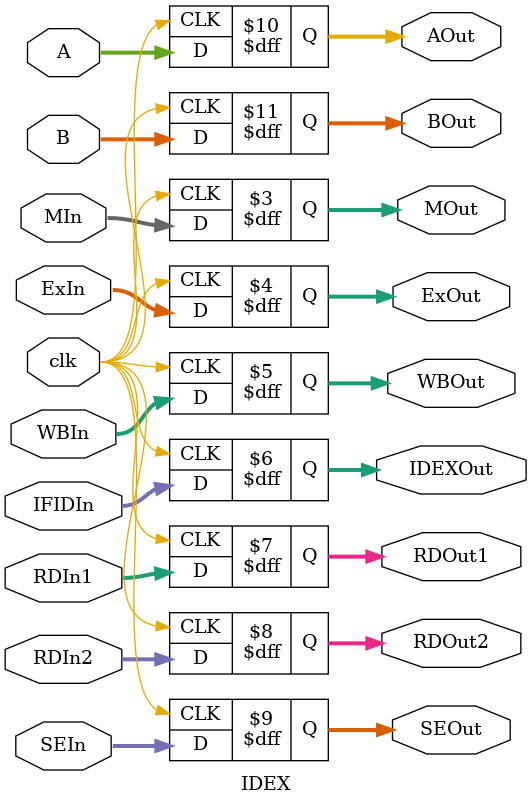
<source format=v>
`timescale 1ns / 1ps
module IDEX(clk,RDIn1,RDIn2,SEIn,A,B,IFIDIn,WBIn,MIn,ExIn,WBOut,MOut,ExOut,RDOut1,RDOut2,SEOut,AOut,BOut,IDEXOut
    );
input  clk;
input  [0:2] MIn;
input [0:3] ExIn;
input  [0:1] WBIn;
input  [0:31] IFIDIn,RDIn1,RDIn2,SEIn ;
input  [0:4] A,B;

output reg [0:2] MOut;
output reg[0:3] ExOut;
output reg [0:1] WBOut;
output reg [0:31] IDEXOut,RDOut1,RDOut2,SEOut;
output reg [0:4] AOut,BOut;
initial begin

MOut = 0;
ExOut = 0;
IDEXOut = 0;
RDOut1 = 0;
RDOut2 = 0;
SEOut = 0;
AOut = 0;
BOut = 0;
WBOut = 0;

end
always @(posedge clk)
begin

MOut <= MIn;
ExOut<= ExIn;
WBOut <= WBIn;
IDEXOut <= IFIDIn;
RDOut1 <= RDIn1;
RDOut2 <= RDIn2;
SEOut <= SEIn;
AOut <= A;
BOut <= B;


end
endmodule

</source>
